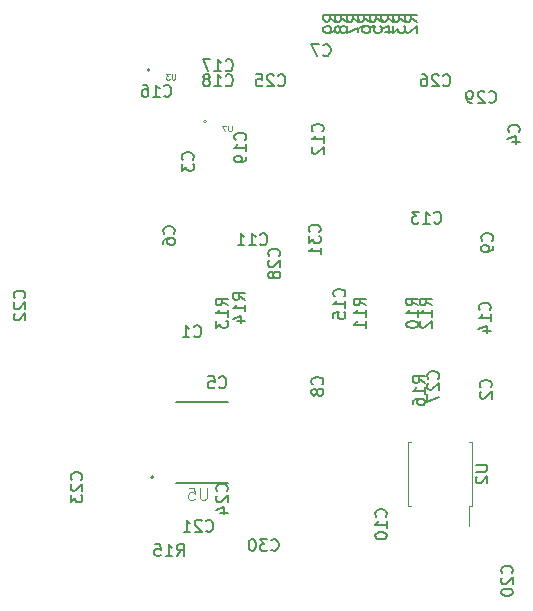
<source format=gbr>
G04 #@! TF.GenerationSoftware,KiCad,Pcbnew,(5.1.5)-3*
G04 #@! TF.CreationDate,2020-10-03T21:18:42-07:00*
G04 #@! TF.ProjectId,MCL86jr,4d434c38-366a-4722-9e6b-696361645f70,rev?*
G04 #@! TF.SameCoordinates,PX6b9fce8PY20f1980*
G04 #@! TF.FileFunction,Legend,Bot*
G04 #@! TF.FilePolarity,Positive*
%FSLAX46Y46*%
G04 Gerber Fmt 4.6, Leading zero omitted, Abs format (unit mm)*
G04 Created by KiCad (PCBNEW (5.1.5)-3) date 2020-10-03 21:18:42*
%MOMM*%
%LPD*%
G04 APERTURE LIST*
%ADD10C,0.100000*%
%ADD11C,0.127000*%
%ADD12C,0.200000*%
%ADD13C,0.120000*%
%ADD14C,0.015000*%
%ADD15C,0.150000*%
G04 APERTURE END LIST*
D10*
X25760400Y-10466200D02*
G75*
G03X25760400Y-10466200I-130000J0D01*
G01*
D11*
X23123800Y-34192800D02*
X27523800Y-34192800D01*
X23123800Y-41092800D02*
X27523800Y-41092800D01*
D12*
X21233800Y-40567800D02*
G75*
G03X21233800Y-40567800I-100000J0D01*
G01*
D10*
X20959800Y-6072000D02*
G75*
G03X20959800Y-6072000I-130000J0D01*
G01*
D13*
X47981800Y-43009400D02*
X47981800Y-44684400D01*
X48241800Y-43009400D02*
X47981800Y-43009400D01*
X48241800Y-40284400D02*
X48241800Y-43009400D01*
X48241800Y-37559400D02*
X47981800Y-37559400D01*
X48241800Y-40284400D02*
X48241800Y-37559400D01*
X42791800Y-43009400D02*
X43051800Y-43009400D01*
X42791800Y-40284400D02*
X42791800Y-43009400D01*
X42791800Y-37559400D02*
X43051800Y-37559400D01*
X42791800Y-40284400D02*
X42791800Y-37559400D01*
D14*
X27870964Y-10811069D02*
X27870964Y-11200257D01*
X27848071Y-11246044D01*
X27825178Y-11268938D01*
X27779391Y-11291831D01*
X27687817Y-11291831D01*
X27642030Y-11268938D01*
X27619137Y-11246044D01*
X27596243Y-11200257D01*
X27596243Y-10811069D01*
X27413096Y-10811069D02*
X27092588Y-10811069D01*
X27298629Y-11291831D01*
X25760704Y-41480180D02*
X25760704Y-42289704D01*
X25713085Y-42384942D01*
X25665466Y-42432561D01*
X25570228Y-42480180D01*
X25379752Y-42480180D01*
X25284514Y-42432561D01*
X25236895Y-42384942D01*
X25189276Y-42289704D01*
X25189276Y-41480180D01*
X24236895Y-41480180D02*
X24713085Y-41480180D01*
X24760704Y-41956371D01*
X24713085Y-41908752D01*
X24617847Y-41861133D01*
X24379752Y-41861133D01*
X24284514Y-41908752D01*
X24236895Y-41956371D01*
X24189276Y-42051609D01*
X24189276Y-42289704D01*
X24236895Y-42384942D01*
X24284514Y-42432561D01*
X24379752Y-42480180D01*
X24617847Y-42480180D01*
X24713085Y-42432561D01*
X24760704Y-42384942D01*
X23070364Y-6416869D02*
X23070364Y-6806057D01*
X23047471Y-6851844D01*
X23024578Y-6874738D01*
X22978791Y-6897631D01*
X22887217Y-6897631D01*
X22841430Y-6874738D01*
X22818537Y-6851844D01*
X22795643Y-6806057D01*
X22795643Y-6416869D01*
X22612496Y-6416869D02*
X22314881Y-6416869D01*
X22475135Y-6600017D01*
X22406455Y-6600017D01*
X22360668Y-6622910D01*
X22337775Y-6645803D01*
X22314881Y-6691590D01*
X22314881Y-6806057D01*
X22337775Y-6851844D01*
X22360668Y-6874738D01*
X22406455Y-6897631D01*
X22543816Y-6897631D01*
X22589602Y-6874738D01*
X22612496Y-6851844D01*
D15*
X35305942Y-19804142D02*
X35353561Y-19756523D01*
X35401180Y-19613666D01*
X35401180Y-19518428D01*
X35353561Y-19375571D01*
X35258323Y-19280333D01*
X35163085Y-19232714D01*
X34972609Y-19185095D01*
X34829752Y-19185095D01*
X34639276Y-19232714D01*
X34544038Y-19280333D01*
X34448800Y-19375571D01*
X34401180Y-19518428D01*
X34401180Y-19613666D01*
X34448800Y-19756523D01*
X34496419Y-19804142D01*
X34401180Y-20137476D02*
X34401180Y-20756523D01*
X34782133Y-20423190D01*
X34782133Y-20566047D01*
X34829752Y-20661285D01*
X34877371Y-20708904D01*
X34972609Y-20756523D01*
X35210704Y-20756523D01*
X35305942Y-20708904D01*
X35353561Y-20661285D01*
X35401180Y-20566047D01*
X35401180Y-20280333D01*
X35353561Y-20185095D01*
X35305942Y-20137476D01*
X35401180Y-21708904D02*
X35401180Y-21137476D01*
X35401180Y-21423190D02*
X34401180Y-21423190D01*
X34544038Y-21327952D01*
X34639276Y-21232714D01*
X34686895Y-21137476D01*
X31224457Y-46713742D02*
X31272076Y-46761361D01*
X31414933Y-46808980D01*
X31510171Y-46808980D01*
X31653028Y-46761361D01*
X31748266Y-46666123D01*
X31795885Y-46570885D01*
X31843504Y-46380409D01*
X31843504Y-46237552D01*
X31795885Y-46047076D01*
X31748266Y-45951838D01*
X31653028Y-45856600D01*
X31510171Y-45808980D01*
X31414933Y-45808980D01*
X31272076Y-45856600D01*
X31224457Y-45904219D01*
X30891123Y-45808980D02*
X30272076Y-45808980D01*
X30605409Y-46189933D01*
X30462552Y-46189933D01*
X30367314Y-46237552D01*
X30319695Y-46285171D01*
X30272076Y-46380409D01*
X30272076Y-46618504D01*
X30319695Y-46713742D01*
X30367314Y-46761361D01*
X30462552Y-46808980D01*
X30748266Y-46808980D01*
X30843504Y-46761361D01*
X30891123Y-46713742D01*
X29653028Y-45808980D02*
X29557790Y-45808980D01*
X29462552Y-45856600D01*
X29414933Y-45904219D01*
X29367314Y-45999457D01*
X29319695Y-46189933D01*
X29319695Y-46428028D01*
X29367314Y-46618504D01*
X29414933Y-46713742D01*
X29462552Y-46761361D01*
X29557790Y-46808980D01*
X29653028Y-46808980D01*
X29748266Y-46761361D01*
X29795885Y-46713742D01*
X29843504Y-46618504D01*
X29891123Y-46428028D01*
X29891123Y-46189933D01*
X29843504Y-45999457D01*
X29795885Y-45904219D01*
X29748266Y-45856600D01*
X29653028Y-45808980D01*
X49641857Y-8791542D02*
X49689476Y-8839161D01*
X49832333Y-8886780D01*
X49927571Y-8886780D01*
X50070428Y-8839161D01*
X50165666Y-8743923D01*
X50213285Y-8648685D01*
X50260904Y-8458209D01*
X50260904Y-8315352D01*
X50213285Y-8124876D01*
X50165666Y-8029638D01*
X50070428Y-7934400D01*
X49927571Y-7886780D01*
X49832333Y-7886780D01*
X49689476Y-7934400D01*
X49641857Y-7982019D01*
X49260904Y-7982019D02*
X49213285Y-7934400D01*
X49118047Y-7886780D01*
X48879952Y-7886780D01*
X48784714Y-7934400D01*
X48737095Y-7982019D01*
X48689476Y-8077257D01*
X48689476Y-8172495D01*
X48737095Y-8315352D01*
X49308523Y-8886780D01*
X48689476Y-8886780D01*
X48213285Y-8886780D02*
X48022809Y-8886780D01*
X47927571Y-8839161D01*
X47879952Y-8791542D01*
X47784714Y-8648685D01*
X47737095Y-8458209D01*
X47737095Y-8077257D01*
X47784714Y-7982019D01*
X47832333Y-7934400D01*
X47927571Y-7886780D01*
X48118047Y-7886780D01*
X48213285Y-7934400D01*
X48260904Y-7982019D01*
X48308523Y-8077257D01*
X48308523Y-8315352D01*
X48260904Y-8410590D01*
X48213285Y-8458209D01*
X48118047Y-8505828D01*
X47927571Y-8505828D01*
X47832333Y-8458209D01*
X47784714Y-8410590D01*
X47737095Y-8315352D01*
X31876942Y-21836142D02*
X31924561Y-21788523D01*
X31972180Y-21645666D01*
X31972180Y-21550428D01*
X31924561Y-21407571D01*
X31829323Y-21312333D01*
X31734085Y-21264714D01*
X31543609Y-21217095D01*
X31400752Y-21217095D01*
X31210276Y-21264714D01*
X31115038Y-21312333D01*
X31019800Y-21407571D01*
X30972180Y-21550428D01*
X30972180Y-21645666D01*
X31019800Y-21788523D01*
X31067419Y-21836142D01*
X31067419Y-22217095D02*
X31019800Y-22264714D01*
X30972180Y-22359952D01*
X30972180Y-22598047D01*
X31019800Y-22693285D01*
X31067419Y-22740904D01*
X31162657Y-22788523D01*
X31257895Y-22788523D01*
X31400752Y-22740904D01*
X31972180Y-22169476D01*
X31972180Y-22788523D01*
X31400752Y-23359952D02*
X31353133Y-23264714D01*
X31305514Y-23217095D01*
X31210276Y-23169476D01*
X31162657Y-23169476D01*
X31067419Y-23217095D01*
X31019800Y-23264714D01*
X30972180Y-23359952D01*
X30972180Y-23550428D01*
X31019800Y-23645666D01*
X31067419Y-23693285D01*
X31162657Y-23740904D01*
X31210276Y-23740904D01*
X31305514Y-23693285D01*
X31353133Y-23645666D01*
X31400752Y-23550428D01*
X31400752Y-23359952D01*
X31448371Y-23264714D01*
X31495990Y-23217095D01*
X31591228Y-23169476D01*
X31781704Y-23169476D01*
X31876942Y-23217095D01*
X31924561Y-23264714D01*
X31972180Y-23359952D01*
X31972180Y-23550428D01*
X31924561Y-23645666D01*
X31876942Y-23693285D01*
X31781704Y-23740904D01*
X31591228Y-23740904D01*
X31495990Y-23693285D01*
X31448371Y-23645666D01*
X31400752Y-23550428D01*
X15141542Y-40784542D02*
X15189161Y-40736923D01*
X15236780Y-40594066D01*
X15236780Y-40498828D01*
X15189161Y-40355971D01*
X15093923Y-40260733D01*
X14998685Y-40213114D01*
X14808209Y-40165495D01*
X14665352Y-40165495D01*
X14474876Y-40213114D01*
X14379638Y-40260733D01*
X14284400Y-40355971D01*
X14236780Y-40498828D01*
X14236780Y-40594066D01*
X14284400Y-40736923D01*
X14332019Y-40784542D01*
X14332019Y-41165495D02*
X14284400Y-41213114D01*
X14236780Y-41308352D01*
X14236780Y-41546447D01*
X14284400Y-41641685D01*
X14332019Y-41689304D01*
X14427257Y-41736923D01*
X14522495Y-41736923D01*
X14665352Y-41689304D01*
X15236780Y-41117876D01*
X15236780Y-41736923D01*
X14236780Y-42070257D02*
X14236780Y-42689304D01*
X14617733Y-42355971D01*
X14617733Y-42498828D01*
X14665352Y-42594066D01*
X14712971Y-42641685D01*
X14808209Y-42689304D01*
X15046304Y-42689304D01*
X15141542Y-42641685D01*
X15189161Y-42594066D01*
X15236780Y-42498828D01*
X15236780Y-42213114D01*
X15189161Y-42117876D01*
X15141542Y-42070257D01*
X45342142Y-32224742D02*
X45389761Y-32177123D01*
X45437380Y-32034266D01*
X45437380Y-31939028D01*
X45389761Y-31796171D01*
X45294523Y-31700933D01*
X45199285Y-31653314D01*
X45008809Y-31605695D01*
X44865952Y-31605695D01*
X44675476Y-31653314D01*
X44580238Y-31700933D01*
X44485000Y-31796171D01*
X44437380Y-31939028D01*
X44437380Y-32034266D01*
X44485000Y-32177123D01*
X44532619Y-32224742D01*
X44532619Y-32605695D02*
X44485000Y-32653314D01*
X44437380Y-32748552D01*
X44437380Y-32986647D01*
X44485000Y-33081885D01*
X44532619Y-33129504D01*
X44627857Y-33177123D01*
X44723095Y-33177123D01*
X44865952Y-33129504D01*
X45437380Y-32558076D01*
X45437380Y-33177123D01*
X44437380Y-33510457D02*
X44437380Y-34177123D01*
X45437380Y-33748552D01*
X45778657Y-7369142D02*
X45826276Y-7416761D01*
X45969133Y-7464380D01*
X46064371Y-7464380D01*
X46207228Y-7416761D01*
X46302466Y-7321523D01*
X46350085Y-7226285D01*
X46397704Y-7035809D01*
X46397704Y-6892952D01*
X46350085Y-6702476D01*
X46302466Y-6607238D01*
X46207228Y-6512000D01*
X46064371Y-6464380D01*
X45969133Y-6464380D01*
X45826276Y-6512000D01*
X45778657Y-6559619D01*
X45397704Y-6559619D02*
X45350085Y-6512000D01*
X45254847Y-6464380D01*
X45016752Y-6464380D01*
X44921514Y-6512000D01*
X44873895Y-6559619D01*
X44826276Y-6654857D01*
X44826276Y-6750095D01*
X44873895Y-6892952D01*
X45445323Y-7464380D01*
X44826276Y-7464380D01*
X43969133Y-6464380D02*
X44159609Y-6464380D01*
X44254847Y-6512000D01*
X44302466Y-6559619D01*
X44397704Y-6702476D01*
X44445323Y-6892952D01*
X44445323Y-7273904D01*
X44397704Y-7369142D01*
X44350085Y-7416761D01*
X44254847Y-7464380D01*
X44064371Y-7464380D01*
X43969133Y-7416761D01*
X43921514Y-7369142D01*
X43873895Y-7273904D01*
X43873895Y-7035809D01*
X43921514Y-6940571D01*
X43969133Y-6892952D01*
X44064371Y-6845333D01*
X44254847Y-6845333D01*
X44350085Y-6892952D01*
X44397704Y-6940571D01*
X44445323Y-7035809D01*
X31808657Y-7369142D02*
X31856276Y-7416761D01*
X31999133Y-7464380D01*
X32094371Y-7464380D01*
X32237228Y-7416761D01*
X32332466Y-7321523D01*
X32380085Y-7226285D01*
X32427704Y-7035809D01*
X32427704Y-6892952D01*
X32380085Y-6702476D01*
X32332466Y-6607238D01*
X32237228Y-6512000D01*
X32094371Y-6464380D01*
X31999133Y-6464380D01*
X31856276Y-6512000D01*
X31808657Y-6559619D01*
X31427704Y-6559619D02*
X31380085Y-6512000D01*
X31284847Y-6464380D01*
X31046752Y-6464380D01*
X30951514Y-6512000D01*
X30903895Y-6559619D01*
X30856276Y-6654857D01*
X30856276Y-6750095D01*
X30903895Y-6892952D01*
X31475323Y-7464380D01*
X30856276Y-7464380D01*
X29951514Y-6464380D02*
X30427704Y-6464380D01*
X30475323Y-6940571D01*
X30427704Y-6892952D01*
X30332466Y-6845333D01*
X30094371Y-6845333D01*
X29999133Y-6892952D01*
X29951514Y-6940571D01*
X29903895Y-7035809D01*
X29903895Y-7273904D01*
X29951514Y-7369142D01*
X29999133Y-7416761D01*
X30094371Y-7464380D01*
X30332466Y-7464380D01*
X30427704Y-7416761D01*
X30475323Y-7369142D01*
X44214980Y-32580342D02*
X43738790Y-32247009D01*
X44214980Y-32008914D02*
X43214980Y-32008914D01*
X43214980Y-32389866D01*
X43262600Y-32485104D01*
X43310219Y-32532723D01*
X43405457Y-32580342D01*
X43548314Y-32580342D01*
X43643552Y-32532723D01*
X43691171Y-32485104D01*
X43738790Y-32389866D01*
X43738790Y-32008914D01*
X44214980Y-33532723D02*
X44214980Y-32961295D01*
X44214980Y-33247009D02*
X43214980Y-33247009D01*
X43357838Y-33151771D01*
X43453076Y-33056533D01*
X43500695Y-32961295D01*
X43214980Y-34389866D02*
X43214980Y-34199390D01*
X43262600Y-34104152D01*
X43310219Y-34056533D01*
X43453076Y-33961295D01*
X43643552Y-33913676D01*
X44024504Y-33913676D01*
X44119742Y-33961295D01*
X44167361Y-34008914D01*
X44214980Y-34104152D01*
X44214980Y-34294628D01*
X44167361Y-34389866D01*
X44119742Y-34437485D01*
X44024504Y-34485104D01*
X43786409Y-34485104D01*
X43691171Y-34437485D01*
X43643552Y-34389866D01*
X43595933Y-34294628D01*
X43595933Y-34104152D01*
X43643552Y-34008914D01*
X43691171Y-33961295D01*
X43786409Y-33913676D01*
X23223457Y-47240780D02*
X23556790Y-46764590D01*
X23794885Y-47240780D02*
X23794885Y-46240780D01*
X23413933Y-46240780D01*
X23318695Y-46288400D01*
X23271076Y-46336019D01*
X23223457Y-46431257D01*
X23223457Y-46574114D01*
X23271076Y-46669352D01*
X23318695Y-46716971D01*
X23413933Y-46764590D01*
X23794885Y-46764590D01*
X22271076Y-47240780D02*
X22842504Y-47240780D01*
X22556790Y-47240780D02*
X22556790Y-46240780D01*
X22652028Y-46383638D01*
X22747266Y-46478876D01*
X22842504Y-46526495D01*
X21366314Y-46240780D02*
X21842504Y-46240780D01*
X21890123Y-46716971D01*
X21842504Y-46669352D01*
X21747266Y-46621733D01*
X21509171Y-46621733D01*
X21413933Y-46669352D01*
X21366314Y-46716971D01*
X21318695Y-46812209D01*
X21318695Y-47050304D01*
X21366314Y-47145542D01*
X21413933Y-47193161D01*
X21509171Y-47240780D01*
X21747266Y-47240780D01*
X21842504Y-47193161D01*
X21890123Y-47145542D01*
X29000380Y-25569942D02*
X28524190Y-25236609D01*
X29000380Y-24998514D02*
X28000380Y-24998514D01*
X28000380Y-25379466D01*
X28048000Y-25474704D01*
X28095619Y-25522323D01*
X28190857Y-25569942D01*
X28333714Y-25569942D01*
X28428952Y-25522323D01*
X28476571Y-25474704D01*
X28524190Y-25379466D01*
X28524190Y-24998514D01*
X29000380Y-26522323D02*
X29000380Y-25950895D01*
X29000380Y-26236609D02*
X28000380Y-26236609D01*
X28143238Y-26141371D01*
X28238476Y-26046133D01*
X28286095Y-25950895D01*
X28333714Y-27379466D02*
X29000380Y-27379466D01*
X27952761Y-27141371D02*
X28667047Y-26903276D01*
X28667047Y-27522323D01*
X27527180Y-26027142D02*
X27050990Y-25693809D01*
X27527180Y-25455714D02*
X26527180Y-25455714D01*
X26527180Y-25836666D01*
X26574800Y-25931904D01*
X26622419Y-25979523D01*
X26717657Y-26027142D01*
X26860514Y-26027142D01*
X26955752Y-25979523D01*
X27003371Y-25931904D01*
X27050990Y-25836666D01*
X27050990Y-25455714D01*
X27527180Y-26979523D02*
X27527180Y-26408095D01*
X27527180Y-26693809D02*
X26527180Y-26693809D01*
X26670038Y-26598571D01*
X26765276Y-26503333D01*
X26812895Y-26408095D01*
X26527180Y-27312857D02*
X26527180Y-27931904D01*
X26908133Y-27598571D01*
X26908133Y-27741428D01*
X26955752Y-27836666D01*
X27003371Y-27884285D01*
X27098609Y-27931904D01*
X27336704Y-27931904D01*
X27431942Y-27884285D01*
X27479561Y-27836666D01*
X27527180Y-27741428D01*
X27527180Y-27455714D01*
X27479561Y-27360476D01*
X27431942Y-27312857D01*
X44799180Y-26027142D02*
X44322990Y-25693809D01*
X44799180Y-25455714D02*
X43799180Y-25455714D01*
X43799180Y-25836666D01*
X43846800Y-25931904D01*
X43894419Y-25979523D01*
X43989657Y-26027142D01*
X44132514Y-26027142D01*
X44227752Y-25979523D01*
X44275371Y-25931904D01*
X44322990Y-25836666D01*
X44322990Y-25455714D01*
X44799180Y-26979523D02*
X44799180Y-26408095D01*
X44799180Y-26693809D02*
X43799180Y-26693809D01*
X43942038Y-26598571D01*
X44037276Y-26503333D01*
X44084895Y-26408095D01*
X43894419Y-27360476D02*
X43846800Y-27408095D01*
X43799180Y-27503333D01*
X43799180Y-27741428D01*
X43846800Y-27836666D01*
X43894419Y-27884285D01*
X43989657Y-27931904D01*
X44084895Y-27931904D01*
X44227752Y-27884285D01*
X44799180Y-27312857D01*
X44799180Y-27931904D01*
X39211180Y-26027142D02*
X38734990Y-25693809D01*
X39211180Y-25455714D02*
X38211180Y-25455714D01*
X38211180Y-25836666D01*
X38258800Y-25931904D01*
X38306419Y-25979523D01*
X38401657Y-26027142D01*
X38544514Y-26027142D01*
X38639752Y-25979523D01*
X38687371Y-25931904D01*
X38734990Y-25836666D01*
X38734990Y-25455714D01*
X39211180Y-26979523D02*
X39211180Y-26408095D01*
X39211180Y-26693809D02*
X38211180Y-26693809D01*
X38354038Y-26598571D01*
X38449276Y-26503333D01*
X38496895Y-26408095D01*
X39211180Y-27931904D02*
X39211180Y-27360476D01*
X39211180Y-27646190D02*
X38211180Y-27646190D01*
X38354038Y-27550952D01*
X38449276Y-27455714D01*
X38496895Y-27360476D01*
X43656180Y-26027142D02*
X43179990Y-25693809D01*
X43656180Y-25455714D02*
X42656180Y-25455714D01*
X42656180Y-25836666D01*
X42703800Y-25931904D01*
X42751419Y-25979523D01*
X42846657Y-26027142D01*
X42989514Y-26027142D01*
X43084752Y-25979523D01*
X43132371Y-25931904D01*
X43179990Y-25836666D01*
X43179990Y-25455714D01*
X43656180Y-26979523D02*
X43656180Y-26408095D01*
X43656180Y-26693809D02*
X42656180Y-26693809D01*
X42799038Y-26598571D01*
X42894276Y-26503333D01*
X42941895Y-26408095D01*
X42656180Y-27598571D02*
X42656180Y-27693809D01*
X42703800Y-27789047D01*
X42751419Y-27836666D01*
X42846657Y-27884285D01*
X43037133Y-27931904D01*
X43275228Y-27931904D01*
X43465704Y-27884285D01*
X43560942Y-27836666D01*
X43608561Y-27789047D01*
X43656180Y-27693809D01*
X43656180Y-27598571D01*
X43608561Y-27503333D01*
X43560942Y-27455714D01*
X43465704Y-27408095D01*
X43275228Y-27360476D01*
X43037133Y-27360476D01*
X42846657Y-27408095D01*
X42751419Y-27455714D01*
X42703800Y-27503333D01*
X42656180Y-27598571D01*
X29006742Y-12006342D02*
X29054361Y-11958723D01*
X29101980Y-11815866D01*
X29101980Y-11720628D01*
X29054361Y-11577771D01*
X28959123Y-11482533D01*
X28863885Y-11434914D01*
X28673409Y-11387295D01*
X28530552Y-11387295D01*
X28340076Y-11434914D01*
X28244838Y-11482533D01*
X28149600Y-11577771D01*
X28101980Y-11720628D01*
X28101980Y-11815866D01*
X28149600Y-11958723D01*
X28197219Y-12006342D01*
X29101980Y-12958723D02*
X29101980Y-12387295D01*
X29101980Y-12673009D02*
X28101980Y-12673009D01*
X28244838Y-12577771D01*
X28340076Y-12482533D01*
X28387695Y-12387295D01*
X29101980Y-13434914D02*
X29101980Y-13625390D01*
X29054361Y-13720628D01*
X29006742Y-13768247D01*
X28863885Y-13863485D01*
X28673409Y-13911104D01*
X28292457Y-13911104D01*
X28197219Y-13863485D01*
X28149600Y-13815866D01*
X28101980Y-13720628D01*
X28101980Y-13530152D01*
X28149600Y-13434914D01*
X28197219Y-13387295D01*
X28292457Y-13339676D01*
X28530552Y-13339676D01*
X28625790Y-13387295D01*
X28673409Y-13434914D01*
X28721028Y-13530152D01*
X28721028Y-13720628D01*
X28673409Y-13815866D01*
X28625790Y-13863485D01*
X28530552Y-13911104D01*
X27363657Y-7369142D02*
X27411276Y-7416761D01*
X27554133Y-7464380D01*
X27649371Y-7464380D01*
X27792228Y-7416761D01*
X27887466Y-7321523D01*
X27935085Y-7226285D01*
X27982704Y-7035809D01*
X27982704Y-6892952D01*
X27935085Y-6702476D01*
X27887466Y-6607238D01*
X27792228Y-6512000D01*
X27649371Y-6464380D01*
X27554133Y-6464380D01*
X27411276Y-6512000D01*
X27363657Y-6559619D01*
X26411276Y-7464380D02*
X26982704Y-7464380D01*
X26696990Y-7464380D02*
X26696990Y-6464380D01*
X26792228Y-6607238D01*
X26887466Y-6702476D01*
X26982704Y-6750095D01*
X25839847Y-6892952D02*
X25935085Y-6845333D01*
X25982704Y-6797714D01*
X26030323Y-6702476D01*
X26030323Y-6654857D01*
X25982704Y-6559619D01*
X25935085Y-6512000D01*
X25839847Y-6464380D01*
X25649371Y-6464380D01*
X25554133Y-6512000D01*
X25506514Y-6559619D01*
X25458895Y-6654857D01*
X25458895Y-6702476D01*
X25506514Y-6797714D01*
X25554133Y-6845333D01*
X25649371Y-6892952D01*
X25839847Y-6892952D01*
X25935085Y-6940571D01*
X25982704Y-6988190D01*
X26030323Y-7083428D01*
X26030323Y-7273904D01*
X25982704Y-7369142D01*
X25935085Y-7416761D01*
X25839847Y-7464380D01*
X25649371Y-7464380D01*
X25554133Y-7416761D01*
X25506514Y-7369142D01*
X25458895Y-7273904D01*
X25458895Y-7083428D01*
X25506514Y-6988190D01*
X25554133Y-6940571D01*
X25649371Y-6892952D01*
X27363657Y-6099142D02*
X27411276Y-6146761D01*
X27554133Y-6194380D01*
X27649371Y-6194380D01*
X27792228Y-6146761D01*
X27887466Y-6051523D01*
X27935085Y-5956285D01*
X27982704Y-5765809D01*
X27982704Y-5622952D01*
X27935085Y-5432476D01*
X27887466Y-5337238D01*
X27792228Y-5242000D01*
X27649371Y-5194380D01*
X27554133Y-5194380D01*
X27411276Y-5242000D01*
X27363657Y-5289619D01*
X26411276Y-6194380D02*
X26982704Y-6194380D01*
X26696990Y-6194380D02*
X26696990Y-5194380D01*
X26792228Y-5337238D01*
X26887466Y-5432476D01*
X26982704Y-5480095D01*
X26077942Y-5194380D02*
X25411276Y-5194380D01*
X25839847Y-6194380D01*
X22156657Y-8258142D02*
X22204276Y-8305761D01*
X22347133Y-8353380D01*
X22442371Y-8353380D01*
X22585228Y-8305761D01*
X22680466Y-8210523D01*
X22728085Y-8115285D01*
X22775704Y-7924809D01*
X22775704Y-7781952D01*
X22728085Y-7591476D01*
X22680466Y-7496238D01*
X22585228Y-7401000D01*
X22442371Y-7353380D01*
X22347133Y-7353380D01*
X22204276Y-7401000D01*
X22156657Y-7448619D01*
X21204276Y-8353380D02*
X21775704Y-8353380D01*
X21489990Y-8353380D02*
X21489990Y-7353380D01*
X21585228Y-7496238D01*
X21680466Y-7591476D01*
X21775704Y-7639095D01*
X20347133Y-7353380D02*
X20537609Y-7353380D01*
X20632847Y-7401000D01*
X20680466Y-7448619D01*
X20775704Y-7591476D01*
X20823323Y-7781952D01*
X20823323Y-8162904D01*
X20775704Y-8258142D01*
X20728085Y-8305761D01*
X20632847Y-8353380D01*
X20442371Y-8353380D01*
X20347133Y-8305761D01*
X20299514Y-8258142D01*
X20251895Y-8162904D01*
X20251895Y-7924809D01*
X20299514Y-7829571D01*
X20347133Y-7781952D01*
X20442371Y-7734333D01*
X20632847Y-7734333D01*
X20728085Y-7781952D01*
X20775704Y-7829571D01*
X20823323Y-7924809D01*
X27457342Y-41749742D02*
X27504961Y-41702123D01*
X27552580Y-41559266D01*
X27552580Y-41464028D01*
X27504961Y-41321171D01*
X27409723Y-41225933D01*
X27314485Y-41178314D01*
X27124009Y-41130695D01*
X26981152Y-41130695D01*
X26790676Y-41178314D01*
X26695438Y-41225933D01*
X26600200Y-41321171D01*
X26552580Y-41464028D01*
X26552580Y-41559266D01*
X26600200Y-41702123D01*
X26647819Y-41749742D01*
X26647819Y-42130695D02*
X26600200Y-42178314D01*
X26552580Y-42273552D01*
X26552580Y-42511647D01*
X26600200Y-42606885D01*
X26647819Y-42654504D01*
X26743057Y-42702123D01*
X26838295Y-42702123D01*
X26981152Y-42654504D01*
X27552580Y-42083076D01*
X27552580Y-42702123D01*
X26885914Y-43559266D02*
X27552580Y-43559266D01*
X26504961Y-43321171D02*
X27219247Y-43083076D01*
X27219247Y-43702123D01*
X10312342Y-25392142D02*
X10359961Y-25344523D01*
X10407580Y-25201666D01*
X10407580Y-25106428D01*
X10359961Y-24963571D01*
X10264723Y-24868333D01*
X10169485Y-24820714D01*
X9979009Y-24773095D01*
X9836152Y-24773095D01*
X9645676Y-24820714D01*
X9550438Y-24868333D01*
X9455200Y-24963571D01*
X9407580Y-25106428D01*
X9407580Y-25201666D01*
X9455200Y-25344523D01*
X9502819Y-25392142D01*
X9502819Y-25773095D02*
X9455200Y-25820714D01*
X9407580Y-25915952D01*
X9407580Y-26154047D01*
X9455200Y-26249285D01*
X9502819Y-26296904D01*
X9598057Y-26344523D01*
X9693295Y-26344523D01*
X9836152Y-26296904D01*
X10407580Y-25725476D01*
X10407580Y-26344523D01*
X9502819Y-26725476D02*
X9455200Y-26773095D01*
X9407580Y-26868333D01*
X9407580Y-27106428D01*
X9455200Y-27201666D01*
X9502819Y-27249285D01*
X9598057Y-27296904D01*
X9693295Y-27296904D01*
X9836152Y-27249285D01*
X10407580Y-26677857D01*
X10407580Y-27296904D01*
X25712657Y-45088142D02*
X25760276Y-45135761D01*
X25903133Y-45183380D01*
X25998371Y-45183380D01*
X26141228Y-45135761D01*
X26236466Y-45040523D01*
X26284085Y-44945285D01*
X26331704Y-44754809D01*
X26331704Y-44611952D01*
X26284085Y-44421476D01*
X26236466Y-44326238D01*
X26141228Y-44231000D01*
X25998371Y-44183380D01*
X25903133Y-44183380D01*
X25760276Y-44231000D01*
X25712657Y-44278619D01*
X25331704Y-44278619D02*
X25284085Y-44231000D01*
X25188847Y-44183380D01*
X24950752Y-44183380D01*
X24855514Y-44231000D01*
X24807895Y-44278619D01*
X24760276Y-44373857D01*
X24760276Y-44469095D01*
X24807895Y-44611952D01*
X25379323Y-45183380D01*
X24760276Y-45183380D01*
X23807895Y-45183380D02*
X24379323Y-45183380D01*
X24093609Y-45183380D02*
X24093609Y-44183380D01*
X24188847Y-44326238D01*
X24284085Y-44421476D01*
X24379323Y-44469095D01*
X51590542Y-48683942D02*
X51638161Y-48636323D01*
X51685780Y-48493466D01*
X51685780Y-48398228D01*
X51638161Y-48255371D01*
X51542923Y-48160133D01*
X51447685Y-48112514D01*
X51257209Y-48064895D01*
X51114352Y-48064895D01*
X50923876Y-48112514D01*
X50828638Y-48160133D01*
X50733400Y-48255371D01*
X50685780Y-48398228D01*
X50685780Y-48493466D01*
X50733400Y-48636323D01*
X50781019Y-48683942D01*
X50781019Y-49064895D02*
X50733400Y-49112514D01*
X50685780Y-49207752D01*
X50685780Y-49445847D01*
X50733400Y-49541085D01*
X50781019Y-49588704D01*
X50876257Y-49636323D01*
X50971495Y-49636323D01*
X51114352Y-49588704D01*
X51685780Y-49017276D01*
X51685780Y-49636323D01*
X50685780Y-50255371D02*
X50685780Y-50350609D01*
X50733400Y-50445847D01*
X50781019Y-50493466D01*
X50876257Y-50541085D01*
X51066733Y-50588704D01*
X51304828Y-50588704D01*
X51495304Y-50541085D01*
X51590542Y-50493466D01*
X51638161Y-50445847D01*
X51685780Y-50350609D01*
X51685780Y-50255371D01*
X51638161Y-50160133D01*
X51590542Y-50112514D01*
X51495304Y-50064895D01*
X51304828Y-50017276D01*
X51066733Y-50017276D01*
X50876257Y-50064895D01*
X50781019Y-50112514D01*
X50733400Y-50160133D01*
X50685780Y-50255371D01*
X37391942Y-25265142D02*
X37439561Y-25217523D01*
X37487180Y-25074666D01*
X37487180Y-24979428D01*
X37439561Y-24836571D01*
X37344323Y-24741333D01*
X37249085Y-24693714D01*
X37058609Y-24646095D01*
X36915752Y-24646095D01*
X36725276Y-24693714D01*
X36630038Y-24741333D01*
X36534800Y-24836571D01*
X36487180Y-24979428D01*
X36487180Y-25074666D01*
X36534800Y-25217523D01*
X36582419Y-25265142D01*
X37487180Y-26217523D02*
X37487180Y-25646095D01*
X37487180Y-25931809D02*
X36487180Y-25931809D01*
X36630038Y-25836571D01*
X36725276Y-25741333D01*
X36772895Y-25646095D01*
X36487180Y-27122285D02*
X36487180Y-26646095D01*
X36963371Y-26598476D01*
X36915752Y-26646095D01*
X36868133Y-26741333D01*
X36868133Y-26979428D01*
X36915752Y-27074666D01*
X36963371Y-27122285D01*
X37058609Y-27169904D01*
X37296704Y-27169904D01*
X37391942Y-27122285D01*
X37439561Y-27074666D01*
X37487180Y-26979428D01*
X37487180Y-26741333D01*
X37439561Y-26646095D01*
X37391942Y-26598476D01*
X49707742Y-26408142D02*
X49755361Y-26360523D01*
X49802980Y-26217666D01*
X49802980Y-26122428D01*
X49755361Y-25979571D01*
X49660123Y-25884333D01*
X49564885Y-25836714D01*
X49374409Y-25789095D01*
X49231552Y-25789095D01*
X49041076Y-25836714D01*
X48945838Y-25884333D01*
X48850600Y-25979571D01*
X48802980Y-26122428D01*
X48802980Y-26217666D01*
X48850600Y-26360523D01*
X48898219Y-26408142D01*
X49802980Y-27360523D02*
X49802980Y-26789095D01*
X49802980Y-27074809D02*
X48802980Y-27074809D01*
X48945838Y-26979571D01*
X49041076Y-26884333D01*
X49088695Y-26789095D01*
X49136314Y-28217666D02*
X49802980Y-28217666D01*
X48755361Y-27979571D02*
X49469647Y-27741476D01*
X49469647Y-28360523D01*
X45016657Y-18999142D02*
X45064276Y-19046761D01*
X45207133Y-19094380D01*
X45302371Y-19094380D01*
X45445228Y-19046761D01*
X45540466Y-18951523D01*
X45588085Y-18856285D01*
X45635704Y-18665809D01*
X45635704Y-18522952D01*
X45588085Y-18332476D01*
X45540466Y-18237238D01*
X45445228Y-18142000D01*
X45302371Y-18094380D01*
X45207133Y-18094380D01*
X45064276Y-18142000D01*
X45016657Y-18189619D01*
X44064276Y-19094380D02*
X44635704Y-19094380D01*
X44349990Y-19094380D02*
X44349990Y-18094380D01*
X44445228Y-18237238D01*
X44540466Y-18332476D01*
X44635704Y-18380095D01*
X43730942Y-18094380D02*
X43111895Y-18094380D01*
X43445228Y-18475333D01*
X43302371Y-18475333D01*
X43207133Y-18522952D01*
X43159514Y-18570571D01*
X43111895Y-18665809D01*
X43111895Y-18903904D01*
X43159514Y-18999142D01*
X43207133Y-19046761D01*
X43302371Y-19094380D01*
X43588085Y-19094380D01*
X43683323Y-19046761D01*
X43730942Y-18999142D01*
X35559942Y-11295142D02*
X35607561Y-11247523D01*
X35655180Y-11104666D01*
X35655180Y-11009428D01*
X35607561Y-10866571D01*
X35512323Y-10771333D01*
X35417085Y-10723714D01*
X35226609Y-10676095D01*
X35083752Y-10676095D01*
X34893276Y-10723714D01*
X34798038Y-10771333D01*
X34702800Y-10866571D01*
X34655180Y-11009428D01*
X34655180Y-11104666D01*
X34702800Y-11247523D01*
X34750419Y-11295142D01*
X35655180Y-12247523D02*
X35655180Y-11676095D01*
X35655180Y-11961809D02*
X34655180Y-11961809D01*
X34798038Y-11866571D01*
X34893276Y-11771333D01*
X34940895Y-11676095D01*
X34750419Y-12628476D02*
X34702800Y-12676095D01*
X34655180Y-12771333D01*
X34655180Y-13009428D01*
X34702800Y-13104666D01*
X34750419Y-13152285D01*
X34845657Y-13199904D01*
X34940895Y-13199904D01*
X35083752Y-13152285D01*
X35655180Y-12580857D01*
X35655180Y-13199904D01*
X30284657Y-20831142D02*
X30332276Y-20878761D01*
X30475133Y-20926380D01*
X30570371Y-20926380D01*
X30713228Y-20878761D01*
X30808466Y-20783523D01*
X30856085Y-20688285D01*
X30903704Y-20497809D01*
X30903704Y-20354952D01*
X30856085Y-20164476D01*
X30808466Y-20069238D01*
X30713228Y-19974000D01*
X30570371Y-19926380D01*
X30475133Y-19926380D01*
X30332276Y-19974000D01*
X30284657Y-20021619D01*
X29332276Y-20926380D02*
X29903704Y-20926380D01*
X29617990Y-20926380D02*
X29617990Y-19926380D01*
X29713228Y-20069238D01*
X29808466Y-20164476D01*
X29903704Y-20212095D01*
X28379895Y-20926380D02*
X28951323Y-20926380D01*
X28665609Y-20926380D02*
X28665609Y-19926380D01*
X28760847Y-20069238D01*
X28856085Y-20164476D01*
X28951323Y-20212095D01*
X40919342Y-43908742D02*
X40966961Y-43861123D01*
X41014580Y-43718266D01*
X41014580Y-43623028D01*
X40966961Y-43480171D01*
X40871723Y-43384933D01*
X40776485Y-43337314D01*
X40586009Y-43289695D01*
X40443152Y-43289695D01*
X40252676Y-43337314D01*
X40157438Y-43384933D01*
X40062200Y-43480171D01*
X40014580Y-43623028D01*
X40014580Y-43718266D01*
X40062200Y-43861123D01*
X40109819Y-43908742D01*
X41014580Y-44861123D02*
X41014580Y-44289695D01*
X41014580Y-44575409D02*
X40014580Y-44575409D01*
X40157438Y-44480171D01*
X40252676Y-44384933D01*
X40300295Y-44289695D01*
X40014580Y-45480171D02*
X40014580Y-45575409D01*
X40062200Y-45670647D01*
X40109819Y-45718266D01*
X40205057Y-45765885D01*
X40395533Y-45813504D01*
X40633628Y-45813504D01*
X40824104Y-45765885D01*
X40919342Y-45718266D01*
X40966961Y-45670647D01*
X41014580Y-45575409D01*
X41014580Y-45480171D01*
X40966961Y-45384933D01*
X40919342Y-45337314D01*
X40824104Y-45289695D01*
X40633628Y-45242076D01*
X40395533Y-45242076D01*
X40205057Y-45289695D01*
X40109819Y-45337314D01*
X40062200Y-45384933D01*
X40014580Y-45480171D01*
X49910942Y-20534333D02*
X49958561Y-20486714D01*
X50006180Y-20343857D01*
X50006180Y-20248619D01*
X49958561Y-20105761D01*
X49863323Y-20010523D01*
X49768085Y-19962904D01*
X49577609Y-19915285D01*
X49434752Y-19915285D01*
X49244276Y-19962904D01*
X49149038Y-20010523D01*
X49053800Y-20105761D01*
X49006180Y-20248619D01*
X49006180Y-20343857D01*
X49053800Y-20486714D01*
X49101419Y-20534333D01*
X50006180Y-21010523D02*
X50006180Y-21201000D01*
X49958561Y-21296238D01*
X49910942Y-21343857D01*
X49768085Y-21439095D01*
X49577609Y-21486714D01*
X49196657Y-21486714D01*
X49101419Y-21439095D01*
X49053800Y-21391476D01*
X49006180Y-21296238D01*
X49006180Y-21105761D01*
X49053800Y-21010523D01*
X49101419Y-20962904D01*
X49196657Y-20915285D01*
X49434752Y-20915285D01*
X49529990Y-20962904D01*
X49577609Y-21010523D01*
X49625228Y-21105761D01*
X49625228Y-21296238D01*
X49577609Y-21391476D01*
X49529990Y-21439095D01*
X49434752Y-21486714D01*
X35534542Y-32700933D02*
X35582161Y-32653314D01*
X35629780Y-32510457D01*
X35629780Y-32415219D01*
X35582161Y-32272361D01*
X35486923Y-32177123D01*
X35391685Y-32129504D01*
X35201209Y-32081885D01*
X35058352Y-32081885D01*
X34867876Y-32129504D01*
X34772638Y-32177123D01*
X34677400Y-32272361D01*
X34629780Y-32415219D01*
X34629780Y-32510457D01*
X34677400Y-32653314D01*
X34725019Y-32700933D01*
X35058352Y-33272361D02*
X35010733Y-33177123D01*
X34963114Y-33129504D01*
X34867876Y-33081885D01*
X34820257Y-33081885D01*
X34725019Y-33129504D01*
X34677400Y-33177123D01*
X34629780Y-33272361D01*
X34629780Y-33462838D01*
X34677400Y-33558076D01*
X34725019Y-33605695D01*
X34820257Y-33653314D01*
X34867876Y-33653314D01*
X34963114Y-33605695D01*
X35010733Y-33558076D01*
X35058352Y-33462838D01*
X35058352Y-33272361D01*
X35105971Y-33177123D01*
X35153590Y-33129504D01*
X35248828Y-33081885D01*
X35439304Y-33081885D01*
X35534542Y-33129504D01*
X35582161Y-33177123D01*
X35629780Y-33272361D01*
X35629780Y-33462838D01*
X35582161Y-33558076D01*
X35534542Y-33605695D01*
X35439304Y-33653314D01*
X35248828Y-33653314D01*
X35153590Y-33605695D01*
X35105971Y-33558076D01*
X35058352Y-33462838D01*
X35625066Y-4825942D02*
X35672685Y-4873561D01*
X35815542Y-4921180D01*
X35910780Y-4921180D01*
X36053638Y-4873561D01*
X36148876Y-4778323D01*
X36196495Y-4683085D01*
X36244114Y-4492609D01*
X36244114Y-4349752D01*
X36196495Y-4159276D01*
X36148876Y-4064038D01*
X36053638Y-3968800D01*
X35910780Y-3921180D01*
X35815542Y-3921180D01*
X35672685Y-3968800D01*
X35625066Y-4016419D01*
X35291733Y-3921180D02*
X34625066Y-3921180D01*
X35053638Y-4921180D01*
X22961542Y-19950133D02*
X23009161Y-19902514D01*
X23056780Y-19759657D01*
X23056780Y-19664419D01*
X23009161Y-19521561D01*
X22913923Y-19426323D01*
X22818685Y-19378704D01*
X22628209Y-19331085D01*
X22485352Y-19331085D01*
X22294876Y-19378704D01*
X22199638Y-19426323D01*
X22104400Y-19521561D01*
X22056780Y-19664419D01*
X22056780Y-19759657D01*
X22104400Y-19902514D01*
X22152019Y-19950133D01*
X22056780Y-20807276D02*
X22056780Y-20616800D01*
X22104400Y-20521561D01*
X22152019Y-20473942D01*
X22294876Y-20378704D01*
X22485352Y-20331085D01*
X22866304Y-20331085D01*
X22961542Y-20378704D01*
X23009161Y-20426323D01*
X23056780Y-20521561D01*
X23056780Y-20712038D01*
X23009161Y-20807276D01*
X22961542Y-20854895D01*
X22866304Y-20902514D01*
X22628209Y-20902514D01*
X22532971Y-20854895D01*
X22485352Y-20807276D01*
X22437733Y-20712038D01*
X22437733Y-20521561D01*
X22485352Y-20426323D01*
X22532971Y-20378704D01*
X22628209Y-20331085D01*
X26813666Y-32946942D02*
X26861285Y-32994561D01*
X27004142Y-33042180D01*
X27099380Y-33042180D01*
X27242238Y-32994561D01*
X27337476Y-32899323D01*
X27385095Y-32804085D01*
X27432714Y-32613609D01*
X27432714Y-32470752D01*
X27385095Y-32280276D01*
X27337476Y-32185038D01*
X27242238Y-32089800D01*
X27099380Y-32042180D01*
X27004142Y-32042180D01*
X26861285Y-32089800D01*
X26813666Y-32137419D01*
X25908904Y-32042180D02*
X26385095Y-32042180D01*
X26432714Y-32518371D01*
X26385095Y-32470752D01*
X26289857Y-32423133D01*
X26051761Y-32423133D01*
X25956523Y-32470752D01*
X25908904Y-32518371D01*
X25861285Y-32613609D01*
X25861285Y-32851704D01*
X25908904Y-32946942D01*
X25956523Y-32994561D01*
X26051761Y-33042180D01*
X26289857Y-33042180D01*
X26385095Y-32994561D01*
X26432714Y-32946942D01*
X52174742Y-11339533D02*
X52222361Y-11291914D01*
X52269980Y-11149057D01*
X52269980Y-11053819D01*
X52222361Y-10910961D01*
X52127123Y-10815723D01*
X52031885Y-10768104D01*
X51841409Y-10720485D01*
X51698552Y-10720485D01*
X51508076Y-10768104D01*
X51412838Y-10815723D01*
X51317600Y-10910961D01*
X51269980Y-11053819D01*
X51269980Y-11149057D01*
X51317600Y-11291914D01*
X51365219Y-11339533D01*
X51603314Y-12196676D02*
X52269980Y-12196676D01*
X51222361Y-11958580D02*
X51936647Y-11720485D01*
X51936647Y-12339533D01*
X24564942Y-13676333D02*
X24612561Y-13628714D01*
X24660180Y-13485857D01*
X24660180Y-13390619D01*
X24612561Y-13247761D01*
X24517323Y-13152523D01*
X24422085Y-13104904D01*
X24231609Y-13057285D01*
X24088752Y-13057285D01*
X23898276Y-13104904D01*
X23803038Y-13152523D01*
X23707800Y-13247761D01*
X23660180Y-13390619D01*
X23660180Y-13485857D01*
X23707800Y-13628714D01*
X23755419Y-13676333D01*
X23660180Y-14009666D02*
X23660180Y-14628714D01*
X24041133Y-14295380D01*
X24041133Y-14438238D01*
X24088752Y-14533476D01*
X24136371Y-14581095D01*
X24231609Y-14628714D01*
X24469704Y-14628714D01*
X24564942Y-14581095D01*
X24612561Y-14533476D01*
X24660180Y-14438238D01*
X24660180Y-14152523D01*
X24612561Y-14057285D01*
X24564942Y-14009666D01*
X49787142Y-32954933D02*
X49834761Y-32907314D01*
X49882380Y-32764457D01*
X49882380Y-32669219D01*
X49834761Y-32526361D01*
X49739523Y-32431123D01*
X49644285Y-32383504D01*
X49453809Y-32335885D01*
X49310952Y-32335885D01*
X49120476Y-32383504D01*
X49025238Y-32431123D01*
X48930000Y-32526361D01*
X48882380Y-32669219D01*
X48882380Y-32764457D01*
X48930000Y-32907314D01*
X48977619Y-32954933D01*
X48977619Y-33335885D02*
X48930000Y-33383504D01*
X48882380Y-33478742D01*
X48882380Y-33716838D01*
X48930000Y-33812076D01*
X48977619Y-33859695D01*
X49072857Y-33907314D01*
X49168095Y-33907314D01*
X49310952Y-33859695D01*
X49882380Y-33288266D01*
X49882380Y-33907314D01*
X24677666Y-28625742D02*
X24725285Y-28673361D01*
X24868142Y-28720980D01*
X24963380Y-28720980D01*
X25106238Y-28673361D01*
X25201476Y-28578123D01*
X25249095Y-28482885D01*
X25296714Y-28292409D01*
X25296714Y-28149552D01*
X25249095Y-27959076D01*
X25201476Y-27863838D01*
X25106238Y-27768600D01*
X24963380Y-27720980D01*
X24868142Y-27720980D01*
X24725285Y-27768600D01*
X24677666Y-27816219D01*
X23725285Y-28720980D02*
X24296714Y-28720980D01*
X24011000Y-28720980D02*
X24011000Y-27720980D01*
X24106238Y-27863838D01*
X24201476Y-27959076D01*
X24296714Y-28006695D01*
X36645780Y-1992333D02*
X36169590Y-1659000D01*
X36645780Y-1420904D02*
X35645780Y-1420904D01*
X35645780Y-1801857D01*
X35693400Y-1897095D01*
X35741019Y-1944714D01*
X35836257Y-1992333D01*
X35979114Y-1992333D01*
X36074352Y-1944714D01*
X36121971Y-1897095D01*
X36169590Y-1801857D01*
X36169590Y-1420904D01*
X36645780Y-2468523D02*
X36645780Y-2659000D01*
X36598161Y-2754238D01*
X36550542Y-2801857D01*
X36407685Y-2897095D01*
X36217209Y-2944714D01*
X35836257Y-2944714D01*
X35741019Y-2897095D01*
X35693400Y-2849476D01*
X35645780Y-2754238D01*
X35645780Y-2563761D01*
X35693400Y-2468523D01*
X35741019Y-2420904D01*
X35836257Y-2373285D01*
X36074352Y-2373285D01*
X36169590Y-2420904D01*
X36217209Y-2468523D01*
X36264828Y-2563761D01*
X36264828Y-2754238D01*
X36217209Y-2849476D01*
X36169590Y-2897095D01*
X36074352Y-2944714D01*
X37610980Y-1992333D02*
X37134790Y-1659000D01*
X37610980Y-1420904D02*
X36610980Y-1420904D01*
X36610980Y-1801857D01*
X36658600Y-1897095D01*
X36706219Y-1944714D01*
X36801457Y-1992333D01*
X36944314Y-1992333D01*
X37039552Y-1944714D01*
X37087171Y-1897095D01*
X37134790Y-1801857D01*
X37134790Y-1420904D01*
X37039552Y-2563761D02*
X36991933Y-2468523D01*
X36944314Y-2420904D01*
X36849076Y-2373285D01*
X36801457Y-2373285D01*
X36706219Y-2420904D01*
X36658600Y-2468523D01*
X36610980Y-2563761D01*
X36610980Y-2754238D01*
X36658600Y-2849476D01*
X36706219Y-2897095D01*
X36801457Y-2944714D01*
X36849076Y-2944714D01*
X36944314Y-2897095D01*
X36991933Y-2849476D01*
X37039552Y-2754238D01*
X37039552Y-2563761D01*
X37087171Y-2468523D01*
X37134790Y-2420904D01*
X37230028Y-2373285D01*
X37420504Y-2373285D01*
X37515742Y-2420904D01*
X37563361Y-2468523D01*
X37610980Y-2563761D01*
X37610980Y-2754238D01*
X37563361Y-2849476D01*
X37515742Y-2897095D01*
X37420504Y-2944714D01*
X37230028Y-2944714D01*
X37134790Y-2897095D01*
X37087171Y-2849476D01*
X37039552Y-2754238D01*
X38601580Y-1992333D02*
X38125390Y-1659000D01*
X38601580Y-1420904D02*
X37601580Y-1420904D01*
X37601580Y-1801857D01*
X37649200Y-1897095D01*
X37696819Y-1944714D01*
X37792057Y-1992333D01*
X37934914Y-1992333D01*
X38030152Y-1944714D01*
X38077771Y-1897095D01*
X38125390Y-1801857D01*
X38125390Y-1420904D01*
X37601580Y-2325666D02*
X37601580Y-2992333D01*
X38601580Y-2563761D01*
X39566780Y-1992333D02*
X39090590Y-1659000D01*
X39566780Y-1420904D02*
X38566780Y-1420904D01*
X38566780Y-1801857D01*
X38614400Y-1897095D01*
X38662019Y-1944714D01*
X38757257Y-1992333D01*
X38900114Y-1992333D01*
X38995352Y-1944714D01*
X39042971Y-1897095D01*
X39090590Y-1801857D01*
X39090590Y-1420904D01*
X38566780Y-2849476D02*
X38566780Y-2659000D01*
X38614400Y-2563761D01*
X38662019Y-2516142D01*
X38804876Y-2420904D01*
X38995352Y-2373285D01*
X39376304Y-2373285D01*
X39471542Y-2420904D01*
X39519161Y-2468523D01*
X39566780Y-2563761D01*
X39566780Y-2754238D01*
X39519161Y-2849476D01*
X39471542Y-2897095D01*
X39376304Y-2944714D01*
X39138209Y-2944714D01*
X39042971Y-2897095D01*
X38995352Y-2849476D01*
X38947733Y-2754238D01*
X38947733Y-2563761D01*
X38995352Y-2468523D01*
X39042971Y-2420904D01*
X39138209Y-2373285D01*
X40557380Y-1992333D02*
X40081190Y-1659000D01*
X40557380Y-1420904D02*
X39557380Y-1420904D01*
X39557380Y-1801857D01*
X39605000Y-1897095D01*
X39652619Y-1944714D01*
X39747857Y-1992333D01*
X39890714Y-1992333D01*
X39985952Y-1944714D01*
X40033571Y-1897095D01*
X40081190Y-1801857D01*
X40081190Y-1420904D01*
X39557380Y-2897095D02*
X39557380Y-2420904D01*
X40033571Y-2373285D01*
X39985952Y-2420904D01*
X39938333Y-2516142D01*
X39938333Y-2754238D01*
X39985952Y-2849476D01*
X40033571Y-2897095D01*
X40128809Y-2944714D01*
X40366904Y-2944714D01*
X40462142Y-2897095D01*
X40509761Y-2849476D01*
X40557380Y-2754238D01*
X40557380Y-2516142D01*
X40509761Y-2420904D01*
X40462142Y-2373285D01*
X41547980Y-1992333D02*
X41071790Y-1659000D01*
X41547980Y-1420904D02*
X40547980Y-1420904D01*
X40547980Y-1801857D01*
X40595600Y-1897095D01*
X40643219Y-1944714D01*
X40738457Y-1992333D01*
X40881314Y-1992333D01*
X40976552Y-1944714D01*
X41024171Y-1897095D01*
X41071790Y-1801857D01*
X41071790Y-1420904D01*
X40881314Y-2849476D02*
X41547980Y-2849476D01*
X40500361Y-2611380D02*
X41214647Y-2373285D01*
X41214647Y-2992333D01*
X42538580Y-1992333D02*
X42062390Y-1659000D01*
X42538580Y-1420904D02*
X41538580Y-1420904D01*
X41538580Y-1801857D01*
X41586200Y-1897095D01*
X41633819Y-1944714D01*
X41729057Y-1992333D01*
X41871914Y-1992333D01*
X41967152Y-1944714D01*
X42014771Y-1897095D01*
X42062390Y-1801857D01*
X42062390Y-1420904D01*
X41538580Y-2325666D02*
X41538580Y-2944714D01*
X41919533Y-2611380D01*
X41919533Y-2754238D01*
X41967152Y-2849476D01*
X42014771Y-2897095D01*
X42110009Y-2944714D01*
X42348104Y-2944714D01*
X42443342Y-2897095D01*
X42490961Y-2849476D01*
X42538580Y-2754238D01*
X42538580Y-2468523D01*
X42490961Y-2373285D01*
X42443342Y-2325666D01*
X43529180Y-1992333D02*
X43052990Y-1659000D01*
X43529180Y-1420904D02*
X42529180Y-1420904D01*
X42529180Y-1801857D01*
X42576800Y-1897095D01*
X42624419Y-1944714D01*
X42719657Y-1992333D01*
X42862514Y-1992333D01*
X42957752Y-1944714D01*
X43005371Y-1897095D01*
X43052990Y-1801857D01*
X43052990Y-1420904D01*
X42624419Y-2373285D02*
X42576800Y-2420904D01*
X42529180Y-2516142D01*
X42529180Y-2754238D01*
X42576800Y-2849476D01*
X42624419Y-2897095D01*
X42719657Y-2944714D01*
X42814895Y-2944714D01*
X42957752Y-2897095D01*
X43529180Y-2325666D01*
X43529180Y-2944714D01*
X48529180Y-39522495D02*
X49338704Y-39522495D01*
X49433942Y-39570114D01*
X49481561Y-39617733D01*
X49529180Y-39712971D01*
X49529180Y-39903447D01*
X49481561Y-39998685D01*
X49433942Y-40046304D01*
X49338704Y-40093923D01*
X48529180Y-40093923D01*
X48624419Y-40522495D02*
X48576800Y-40570114D01*
X48529180Y-40665352D01*
X48529180Y-40903447D01*
X48576800Y-40998685D01*
X48624419Y-41046304D01*
X48719657Y-41093923D01*
X48814895Y-41093923D01*
X48957752Y-41046304D01*
X49529180Y-40474876D01*
X49529180Y-41093923D01*
M02*

</source>
